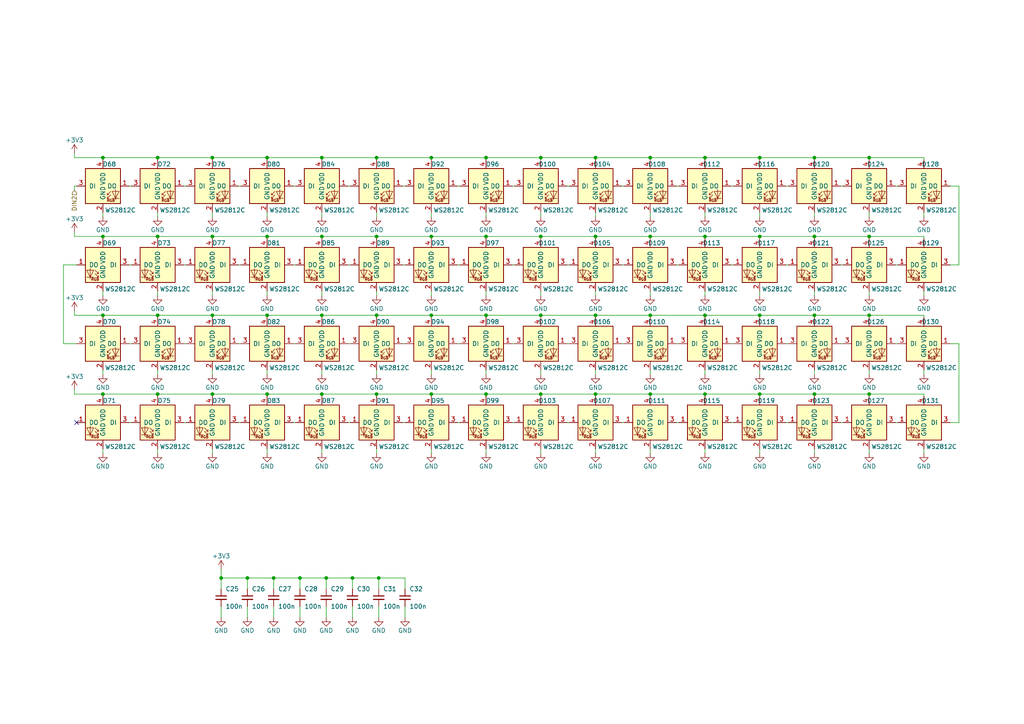
<source format=kicad_sch>
(kicad_sch (version 20211123) (generator eeschema)
  (paper "A4")
  (title_block (title "ESP8266 Tetris") (date "2022-09-15") (rev "1.0") (company "IB"))
  (lib_symbols
    (symbol "Device:C_Small" (pin_numbers hide) (pin_names (offset 0.254) hide)
      (property "Reference" "C" (at 0.254 1.778 0))
      (property "Value" "C_Small" (at 0.254 -2.032 0))
      (symbol "C_Small_1_1"
        (pin passive line (at 0 2.54 270) (length 2.032) (name "~") (number "1"))
        (pin passive line (at 0 -2.54 90) (length 2.032) (name "~") (number "2"))
      )
    )
    (symbol "KiCadCustom:WS2812C" (pin_names (offset 1.016))
      (property "Reference" "D" (at 1.27 6.35 0))
      (property "Value" "WS2812C" (at 5.08 -6.35 0))
      (symbol "WS2812C_1_1"
        (text "RGB" (at 2.286 -4.191 0) (effects (font (size 0.762 0.762))))
        (pin output line (at 7.62 0 180) (length 2.54) (name "DO") (number "1"))
        (pin power_in line (at 0 -7.62 90) (length 2.54) (name "GND") (number "2"))
        (pin input line (at -7.62 0 0) (length 2.54) (name "DI") (number "3"))
        (pin power_in line (at 0 7.62 270) (length 2.54) (name "VDD") (number "4"))
      )
    )
    (symbol "power:+3V3" (power) (pin_names (offset 0))
      (property "Value" "+3V3" (at 0 3.556 0))
      (symbol "+3V3_1_1"
        (pin power_in line (at 0 0 90) (length 0) hide (name "+3V3") (number "1"))
      )
    )
    (symbol "power:GND" (power) (pin_names (offset 0))
      (property "Value" "GND" (at 0 -3.81 0))
      (symbol "GND_1_1"
        (pin power_in line (at 0 0 270) (length 0) hide (name "GND") (number "1"))
      )
    )
  )
  (junction (at 61.595 91.44))
  (junction (at 77.47 45.72))
  (junction (at 236.22 114.3))
  (junction (at 71.755 167.64))
  (junction (at 125.095 91.44))
  (junction (at 220.345 45.72))
  (junction (at 93.345 45.72))
  (junction (at 204.47 45.72))
  (junction (at 79.375 167.64))
  (junction (at 236.22 45.72))
  (junction (at 77.47 68.58))
  (junction (at 188.595 45.72))
  (junction (at 172.72 114.3))
  (junction (at 188.595 114.3))
  (junction (at 125.095 68.58))
  (junction (at 93.345 68.58))
  (junction (at 220.345 68.58))
  (junction (at 140.97 114.3))
  (junction (at 29.845 114.3))
  (junction (at 61.595 45.72))
  (junction (at 252.095 45.72))
  (junction (at 64.135 167.64))
  (junction (at 172.72 91.44))
  (junction (at 61.595 114.3))
  (junction (at 188.595 91.44))
  (junction (at 45.72 68.58))
  (junction (at 125.095 45.72))
  (junction (at 29.845 91.44))
  (junction (at 156.845 91.44))
  (junction (at 204.47 114.3))
  (junction (at 172.72 45.72))
  (junction (at 156.845 45.72))
  (junction (at 140.97 91.44))
  (junction (at 236.22 91.44))
  (junction (at 140.97 45.72))
  (junction (at 204.47 68.58))
  (junction (at 156.845 114.3))
  (junction (at 45.72 114.3))
  (junction (at 45.72 45.72))
  (junction (at 156.845 68.58))
  (junction (at 172.72 68.58))
  (junction (at 125.095 114.3))
  (junction (at 45.72 91.44))
  (junction (at 204.47 91.44))
  (junction (at 236.22 68.58))
  (junction (at 102.235 167.64))
  (junction (at 109.22 91.44))
  (junction (at 252.095 68.58))
  (junction (at 140.97 68.58))
  (junction (at 93.345 91.44))
  (junction (at 109.22 68.58))
  (junction (at 220.345 91.44))
  (junction (at 109.22 45.72))
  (junction (at 86.995 167.64))
  (junction (at 77.47 91.44))
  (junction (at 188.595 68.58))
  (junction (at 220.345 114.3))
  (junction (at 29.845 68.58))
  (junction (at 252.095 114.3))
  (junction (at 109.855 167.64))
  (junction (at 61.595 68.58))
  (junction (at 77.47 114.3))
  (junction (at 29.845 45.72))
  (junction (at 252.095 91.44))
  (junction (at 109.22 114.3))
  (junction (at 93.345 114.3))
  (junction (at 94.615 167.64))
  (no_connect (at 22.225 122.555))
  (wire (pts (xy 53.34 76.835) (xy 53.975 76.835)))
  (wire (pts (xy 61.595 114.3) (xy 45.72 114.3)))
  (wire (pts (xy 140.97 45.72) (xy 125.095 45.72)))
  (wire (pts (xy 252.095 68.58) (xy 236.22 68.58)))
  (wire (pts (xy 117.475 170.815) (xy 117.475 167.64)))
  (wire (pts (xy 156.845 114.3) (xy 140.97 114.3)))
  (wire (pts (xy 79.375 175.895) (xy 79.375 179.07)))
  (wire (pts (xy 109.22 45.72) (xy 93.345 45.72)))
  (wire (pts (xy 236.22 114.3) (xy 220.345 114.3)))
  (wire (pts (xy 71.755 175.895) (xy 71.755 179.07)))
  (wire (pts (xy 236.22 45.72) (xy 236.22 46.355)))
  (wire (pts (xy 45.72 61.595) (xy 45.72 62.865)))
  (wire (pts (xy 93.345 91.44) (xy 93.345 92.075)))
  (wire (pts (xy 267.97 107.315) (xy 267.97 108.585)))
  (wire (pts (xy 220.345 84.455) (xy 220.345 85.725)))
  (wire (pts (xy 252.095 61.595) (xy 252.095 62.865)))
  (wire (pts (xy 252.095 130.175) (xy 252.095 131.445)))
  (wire (pts (xy 140.97 61.595) (xy 140.97 62.865)))
  (wire (pts (xy 236.22 45.72) (xy 220.345 45.72)))
  (wire (pts (xy 102.235 167.64) (xy 102.235 170.815)))
  (wire (pts (xy 117.475 175.895) (xy 117.475 179.07)))
  (wire (pts (xy 236.22 84.455) (xy 236.22 85.725)))
  (wire (pts (xy 220.345 45.72) (xy 220.345 46.355)))
  (wire (pts (xy 125.095 61.595) (xy 125.095 62.865)))
  (wire (pts (xy 275.59 53.975) (xy 278.13 53.975)))
  (wire (pts (xy 64.135 165.1) (xy 64.135 167.64)))
  (wire (pts (xy 77.47 61.595) (xy 77.47 62.865)))
  (wire (pts (xy 37.465 99.695) (xy 38.1 99.695)))
  (wire (pts (xy 220.345 45.72) (xy 204.47 45.72)))
  (wire (pts (xy 220.345 107.315) (xy 220.345 108.585)))
  (wire (pts (xy 21.59 113.03) (xy 21.59 114.3)))
  (wire (pts (xy 37.465 76.835) (xy 38.1 76.835)))
  (wire (pts (xy 148.59 99.695) (xy 149.225 99.695)))
  (wire (pts (xy 100.965 53.975) (xy 101.6 53.975)))
  (wire (pts (xy 45.72 107.315) (xy 45.72 108.585)))
  (wire (pts (xy 252.095 91.44) (xy 252.095 92.075)))
  (wire (pts (xy 29.845 45.72) (xy 45.72 45.72)))
  (wire (pts (xy 180.34 53.975) (xy 180.975 53.975)))
  (wire (pts (xy 22.225 76.835) (xy 18.415 76.835)))
  (wire (pts (xy 18.415 76.835) (xy 18.415 99.695)))
  (wire (pts (xy 267.97 69.215) (xy 267.97 68.58)))
  (wire (pts (xy 267.97 114.3) (xy 252.095 114.3)))
  (wire (pts (xy 252.095 114.3) (xy 236.22 114.3)))
  (wire (pts (xy 204.47 91.44) (xy 188.595 91.44)))
  (wire (pts (xy 148.59 53.975) (xy 149.225 53.975)))
  (wire (pts (xy 188.595 91.44) (xy 172.72 91.44)))
  (wire (pts (xy 172.72 107.315) (xy 172.72 108.585)))
  (wire (pts (xy 252.095 91.44) (xy 236.22 91.44)))
  (wire (pts (xy 21.59 91.44) (xy 29.845 91.44)))
  (wire (pts (xy 156.845 45.72) (xy 156.845 46.355)))
  (wire (pts (xy 109.22 91.44) (xy 109.22 92.075)))
  (wire (pts (xy 188.595 61.595) (xy 188.595 62.865)))
  (wire (pts (xy 275.59 99.695) (xy 278.13 99.695)))
  (wire (pts (xy 220.345 130.175) (xy 220.345 131.445)))
  (wire (pts (xy 109.22 114.3) (xy 93.345 114.3)))
  (wire (pts (xy 236.22 114.3) (xy 236.22 114.935)))
  (wire (pts (xy 86.995 167.64) (xy 79.375 167.64)))
  (wire (pts (xy 180.34 122.555) (xy 180.975 122.555)))
  (wire (pts (xy 212.09 76.835) (xy 212.725 76.835)))
  (wire (pts (xy 278.13 53.975) (xy 278.13 76.835)))
  (wire (pts (xy 29.845 69.215) (xy 29.845 68.58)))
  (wire (pts (xy 109.22 68.58) (xy 109.22 69.215)))
  (wire (pts (xy 172.72 68.58) (xy 172.72 69.215)))
  (wire (pts (xy 267.97 130.175) (xy 267.97 131.445)))
  (wire (pts (xy 77.47 130.175) (xy 77.47 131.445)))
  (wire (pts (xy 93.345 68.58) (xy 93.345 69.215)))
  (wire (pts (xy 61.595 69.215) (xy 61.595 68.58)))
  (wire (pts (xy 204.47 68.58) (xy 188.595 68.58)))
  (wire (pts (xy 45.72 91.44) (xy 45.72 92.075)))
  (wire (pts (xy 220.345 114.3) (xy 220.345 114.935)))
  (wire (pts (xy 125.095 114.3) (xy 125.095 114.935)))
  (wire (pts (xy 156.845 68.58) (xy 156.845 69.215)))
  (wire (pts (xy 93.345 114.3) (xy 93.345 114.935)))
  (wire (pts (xy 69.215 76.835) (xy 69.85 76.835)))
  (wire (pts (xy 172.72 61.595) (xy 172.72 62.865)))
  (wire (pts (xy 85.09 53.975) (xy 85.725 53.975)))
  (wire (pts (xy 243.84 122.555) (xy 244.475 122.555)))
  (wire (pts (xy 125.095 45.72) (xy 125.095 46.355)))
  (wire (pts (xy 278.13 122.555) (xy 275.59 122.555)))
  (wire (pts (xy 100.965 76.835) (xy 101.6 76.835)))
  (wire (pts (xy 259.715 99.695) (xy 260.35 99.695)))
  (wire (pts (xy 252.095 45.72) (xy 252.095 46.355)))
  (wire (pts (xy 77.47 92.075) (xy 77.47 91.44)))
  (wire (pts (xy 77.47 68.58) (xy 61.595 68.58)))
  (wire (pts (xy 21.59 45.72) (xy 29.845 45.72)))
  (wire (pts (xy 79.375 167.64) (xy 71.755 167.64)))
  (wire (pts (xy 37.465 53.975) (xy 38.1 53.975)))
  (wire (pts (xy 45.72 45.72) (xy 45.72 46.355)))
  (wire (pts (xy 77.47 45.72) (xy 61.595 45.72)))
  (wire (pts (xy 77.47 84.455) (xy 77.47 85.725)))
  (wire (pts (xy 188.595 114.3) (xy 188.595 114.935)))
  (wire (pts (xy 220.345 61.595) (xy 220.345 62.865)))
  (wire (pts (xy 172.72 91.44) (xy 156.845 91.44)))
  (wire (pts (xy 85.09 122.555) (xy 85.725 122.555)))
  (wire (pts (xy 21.59 90.17) (xy 21.59 91.44)))
  (wire (pts (xy 220.345 91.44) (xy 220.345 92.075)))
  (wire (pts (xy 140.97 114.3) (xy 125.095 114.3)))
  (wire (pts (xy 125.095 68.58) (xy 125.095 69.215)))
  (wire (pts (xy 21.59 53.975) (xy 22.225 53.975)))
  (wire (pts (xy 102.235 167.64) (xy 94.615 167.64)))
  (wire (pts (xy 156.845 61.595) (xy 156.845 62.865)))
  (wire (pts (xy 93.345 68.58) (xy 77.47 68.58)))
  (wire (pts (xy 188.595 45.72) (xy 172.72 45.72)))
  (wire (pts (xy 267.97 114.935) (xy 267.97 114.3)))
  (wire (pts (xy 196.215 99.695) (xy 196.85 99.695)))
  (wire (pts (xy 188.595 91.44) (xy 188.595 92.075)))
  (wire (pts (xy 77.47 114.935) (xy 77.47 114.3)))
  (wire (pts (xy 29.845 68.58) (xy 45.72 68.58)))
  (wire (pts (xy 220.345 68.58) (xy 204.47 68.58)))
  (wire (pts (xy 61.595 107.315) (xy 61.595 108.585)))
  (wire (pts (xy 29.845 46.355) (xy 29.845 45.72)))
  (wire (pts (xy 29.845 114.935) (xy 29.845 114.3)))
  (wire (pts (xy 116.84 53.975) (xy 117.475 53.975)))
  (wire (pts (xy 236.22 61.595) (xy 236.22 62.865)))
  (wire (pts (xy 188.595 130.175) (xy 188.595 131.445)))
  (wire (pts (xy 236.22 68.58) (xy 220.345 68.58)))
  (wire (pts (xy 148.59 76.835) (xy 149.225 76.835)))
  (wire (pts (xy 77.47 107.315) (xy 77.47 108.585)))
  (wire (pts (xy 140.97 107.315) (xy 140.97 108.585)))
  (wire (pts (xy 125.095 84.455) (xy 125.095 85.725)))
  (wire (pts (xy 188.595 114.3) (xy 172.72 114.3)))
  (wire (pts (xy 29.845 107.315) (xy 29.845 108.585)))
  (wire (pts (xy 125.095 114.3) (xy 109.22 114.3)))
  (wire (pts (xy 45.72 130.175) (xy 45.72 131.445)))
  (wire (pts (xy 172.72 130.175) (xy 172.72 131.445)))
  (wire (pts (xy 156.845 114.3) (xy 156.845 114.935)))
  (wire (pts (xy 93.345 84.455) (xy 93.345 85.725)))
  (wire (pts (xy 204.47 68.58) (xy 204.47 69.215)))
  (wire (pts (xy 21.59 44.45) (xy 21.59 45.72)))
  (wire (pts (xy 252.095 68.58) (xy 252.095 69.215)))
  (wire (pts (xy 71.755 170.815) (xy 71.755 167.64)))
  (wire (pts (xy 93.345 91.44) (xy 77.47 91.44)))
  (wire (pts (xy 243.84 53.975) (xy 244.475 53.975)))
  (wire (pts (xy 278.13 99.695) (xy 278.13 122.555)))
  (wire (pts (xy 196.215 53.975) (xy 196.85 53.975)))
  (wire (pts (xy 64.135 167.64) (xy 64.135 170.815)))
  (wire (pts (xy 53.34 122.555) (xy 53.975 122.555)))
  (wire (pts (xy 278.13 76.835) (xy 275.59 76.835)))
  (wire (pts (xy 204.47 45.72) (xy 204.47 46.355)))
  (wire (pts (xy 109.22 45.72) (xy 109.22 46.355)))
  (wire (pts (xy 61.595 130.175) (xy 61.595 131.445)))
  (wire (pts (xy 77.47 46.355) (xy 77.47 45.72)))
  (wire (pts (xy 212.09 122.555) (xy 212.725 122.555)))
  (wire (pts (xy 140.97 130.175) (xy 140.97 131.445)))
  (wire (pts (xy 259.715 53.975) (xy 260.35 53.975)))
  (wire (pts (xy 148.59 122.555) (xy 149.225 122.555)))
  (wire (pts (xy 29.845 130.175) (xy 29.845 131.445)))
  (wire (pts (xy 267.97 46.355) (xy 267.97 45.72)))
  (wire (pts (xy 204.47 114.3) (xy 204.47 114.935)))
  (wire (pts (xy 132.715 99.695) (xy 133.35 99.695)))
  (wire (pts (xy 204.47 114.3) (xy 188.595 114.3)))
  (wire (pts (xy 69.215 122.555) (xy 69.85 122.555)))
  (wire (pts (xy 132.715 76.835) (xy 133.35 76.835)))
  (wire (pts (xy 125.095 130.175) (xy 125.095 131.445)))
  (wire (pts (xy 188.595 45.72) (xy 188.595 46.355)))
  (wire (pts (xy 18.415 99.695) (xy 22.225 99.695)))
  (wire (pts (xy 61.595 114.935) (xy 61.595 114.3)))
  (wire (pts (xy 109.855 167.64) (xy 109.855 170.815)))
  (wire (pts (xy 204.47 45.72) (xy 188.595 45.72)))
  (wire (pts (xy 220.345 68.58) (xy 220.345 69.215)))
  (wire (pts (xy 164.465 122.555) (xy 165.1 122.555)))
  (wire (pts (xy 267.97 61.595) (xy 267.97 62.865)))
  (wire (pts (xy 61.595 68.58) (xy 45.72 68.58)))
  (wire (pts (xy 116.84 122.555) (xy 117.475 122.555)))
  (wire (pts (xy 45.72 84.455) (xy 45.72 85.725)))
  (wire (pts (xy 117.475 167.64) (xy 109.855 167.64)))
  (wire (pts (xy 132.715 122.555) (xy 133.35 122.555)))
  (wire (pts (xy 252.095 107.315) (xy 252.095 108.585)))
  (wire (pts (xy 29.845 92.075) (xy 29.845 91.44)))
  (wire (pts (xy 125.095 107.315) (xy 125.095 108.585)))
  (wire (pts (xy 53.34 53.975) (xy 53.975 53.975)))
  (wire (pts (xy 236.22 91.44) (xy 236.22 92.075)))
  (wire (pts (xy 109.855 175.895) (xy 109.855 179.07)))
  (wire (pts (xy 93.345 45.72) (xy 77.47 45.72)))
  (wire (pts (xy 140.97 91.44) (xy 125.095 91.44)))
  (wire (pts (xy 125.095 91.44) (xy 109.22 91.44)))
  (wire (pts (xy 172.72 84.455) (xy 172.72 85.725)))
  (wire (pts (xy 180.34 76.835) (xy 180.975 76.835)))
  (wire (pts (xy 94.615 175.895) (xy 94.615 179.07)))
  (wire (pts (xy 267.97 45.72) (xy 252.095 45.72)))
  (wire (pts (xy 61.595 46.355) (xy 61.595 45.72)))
  (wire (pts (xy 204.47 84.455) (xy 204.47 85.725)))
  (wire (pts (xy 21.59 114.3) (xy 29.845 114.3)))
  (wire (pts (xy 227.965 99.695) (xy 228.6 99.695)))
  (wire (pts (xy 109.22 61.595) (xy 109.22 62.865)))
  (wire (pts (xy 236.22 107.315) (xy 236.22 108.585)))
  (wire (pts (xy 220.345 91.44) (xy 204.47 91.44)))
  (wire (pts (xy 21.59 67.31) (xy 21.59 68.58)))
  (wire (pts (xy 116.84 76.835) (xy 117.475 76.835)))
  (wire (pts (xy 140.97 68.58) (xy 140.97 69.215)))
  (wire (pts (xy 156.845 91.44) (xy 156.845 92.075)))
  (wire (pts (xy 125.095 91.44) (xy 125.095 92.075)))
  (wire (pts (xy 94.615 167.64) (xy 86.995 167.64)))
  (wire (pts (xy 267.97 91.44) (xy 252.095 91.44)))
  (wire (pts (xy 188.595 68.58) (xy 172.72 68.58)))
  (wire (pts (xy 188.595 107.315) (xy 188.595 108.585)))
  (wire (pts (xy 94.615 167.64) (xy 94.615 170.815)))
  (wire (pts (xy 267.97 68.58) (xy 252.095 68.58)))
  (wire (pts (xy 267.97 84.455) (xy 267.97 85.725)))
  (wire (pts (xy 37.465 122.555) (xy 38.1 122.555)))
  (wire (pts (xy 188.595 68.58) (xy 188.595 69.215)))
  (wire (pts (xy 125.095 68.58) (xy 109.22 68.58)))
  (wire (pts (xy 86.995 175.895) (xy 86.995 179.07)))
  (wire (pts (xy 156.845 45.72) (xy 140.97 45.72)))
  (wire (pts (xy 93.345 130.175) (xy 93.345 131.445)))
  (wire (pts (xy 64.135 167.64) (xy 71.755 167.64)))
  (wire (pts (xy 227.965 76.835) (xy 228.6 76.835)))
  (wire (pts (xy 69.215 53.975) (xy 69.85 53.975)))
  (wire (pts (xy 21.59 68.58) (xy 29.845 68.58)))
  (wire (pts (xy 77.47 69.215) (xy 77.47 68.58)))
  (wire (pts (xy 259.715 122.555) (xy 260.35 122.555)))
  (wire (pts (xy 164.465 99.695) (xy 165.1 99.695)))
  (wire (pts (xy 140.97 114.3) (xy 140.97 114.935)))
  (wire (pts (xy 21.59 53.975) (xy 21.59 55.245)))
  (wire (pts (xy 252.095 45.72) (xy 236.22 45.72)))
  (wire (pts (xy 236.22 68.58) (xy 236.22 69.215)))
  (wire (pts (xy 172.72 91.44) (xy 172.72 92.075)))
  (wire (pts (xy 29.845 84.455) (xy 29.845 85.725)))
  (wire (pts (xy 86.995 167.64) (xy 86.995 170.815)))
  (wire (pts (xy 93.345 114.3) (xy 77.47 114.3)))
  (wire (pts (xy 93.345 45.72) (xy 93.345 46.355)))
  (wire (pts (xy 132.715 53.975) (xy 133.35 53.975)))
  (wire (pts (xy 69.215 99.695) (xy 69.85 99.695)))
  (wire (pts (xy 227.965 122.555) (xy 228.6 122.555)))
  (wire (pts (xy 204.47 61.595) (xy 204.47 62.865)))
  (wire (pts (xy 109.22 68.58) (xy 93.345 68.58)))
  (wire (pts (xy 156.845 107.315) (xy 156.845 108.585)))
  (wire (pts (xy 172.72 45.72) (xy 156.845 45.72)))
  (wire (pts (xy 140.97 84.455) (xy 140.97 85.725)))
  (wire (pts (xy 140.97 45.72) (xy 140.97 46.355)))
  (wire (pts (xy 77.47 91.44) (xy 61.595 91.44)))
  (wire (pts (xy 267.97 92.075) (xy 267.97 91.44)))
  (wire (pts (xy 227.965 53.975) (xy 228.6 53.975)))
  (wire (pts (xy 64.135 175.895) (xy 64.135 179.07)))
  (wire (pts (xy 204.47 130.175) (xy 204.47 131.445)))
  (wire (pts (xy 85.09 99.695) (xy 85.725 99.695)))
  (wire (pts (xy 164.465 76.835) (xy 165.1 76.835)))
  (wire (pts (xy 140.97 91.44) (xy 140.97 92.075)))
  (wire (pts (xy 109.22 84.455) (xy 109.22 85.725)))
  (wire (pts (xy 196.215 76.835) (xy 196.85 76.835)))
  (wire (pts (xy 100.965 122.555) (xy 101.6 122.555)))
  (wire (pts (xy 102.235 175.895) (xy 102.235 179.07)))
  (wire (pts (xy 243.84 99.695) (xy 244.475 99.695)))
  (wire (pts (xy 61.595 84.455) (xy 61.595 85.725)))
  (wire (pts (xy 212.09 53.975) (xy 212.725 53.975)))
  (wire (pts (xy 109.22 107.315) (xy 109.22 108.585)))
  (wire (pts (xy 259.715 76.835) (xy 260.35 76.835)))
  (wire (pts (xy 93.345 107.315) (xy 93.345 108.585)))
  (wire (pts (xy 252.095 114.3) (xy 252.095 114.935)))
  (wire (pts (xy 220.345 114.3) (xy 204.47 114.3)))
  (wire (pts (xy 93.345 61.595) (xy 93.345 62.865)))
  (wire (pts (xy 196.215 122.555) (xy 196.85 122.555)))
  (wire (pts (xy 172.72 114.3) (xy 172.72 114.935)))
  (wire (pts (xy 61.595 91.44) (xy 45.72 91.44)))
  (wire (pts (xy 29.845 61.595) (xy 29.845 62.865)))
  (wire (pts (xy 85.09 76.835) (xy 85.725 76.835)))
  (wire (pts (xy 100.965 99.695) (xy 101.6 99.695)))
  (wire (pts (xy 172.72 114.3) (xy 156.845 114.3)))
  (wire (pts (xy 125.095 45.72) (xy 109.22 45.72)))
  (wire (pts (xy 164.465 53.975) (xy 165.1 53.975)))
  (wire (pts (xy 45.72 68.58) (xy 45.72 69.215)))
  (wire (pts (xy 29.845 114.3) (xy 45.72 114.3)))
  (wire (pts (xy 109.22 114.3) (xy 109.22 114.935)))
  (wire (pts (xy 79.375 167.64) (xy 79.375 170.815)))
  (wire (pts (xy 156.845 130.175) (xy 156.845 131.445)))
  (wire (pts (xy 212.09 99.695) (xy 212.725 99.695)))
  (wire (pts (xy 156.845 91.44) (xy 140.97 91.44)))
  (wire (pts (xy 140.97 68.58) (xy 125.095 68.58)))
  (wire (pts (xy 172.72 45.72) (xy 172.72 46.355)))
  (wire (pts (xy 204.47 91.44) (xy 204.47 92.075)))
  (wire (pts (xy 45.72 114.3) (xy 45.72 114.935)))
  (wire (pts (xy 204.47 107.315) (xy 204.47 108.585)))
  (wire (pts (xy 61.595 92.075) (xy 61.595 91.44)))
  (wire (pts (xy 61.595 45.72) (xy 45.72 45.72)))
  (wire (pts (xy 236.22 91.44) (xy 220.345 91.44)))
  (wire (pts (xy 188.595 84.455) (xy 188.595 85.725)))
  (wire (pts (xy 77.47 114.3) (xy 61.595 114.3)))
  (wire (pts (xy 109.855 167.64) (xy 102.235 167.64)))
  (wire (pts (xy 243.84 76.835) (xy 244.475 76.835)))
  (wire (pts (xy 116.84 99.695) (xy 117.475 99.695)))
  (wire (pts (xy 180.34 99.695) (xy 180.975 99.695)))
  (wire (pts (xy 53.34 99.695) (xy 53.975 99.695)))
  (wire (pts (xy 236.22 130.175) (xy 236.22 131.445)))
  (wire (pts (xy 29.845 91.44) (xy 45.72 91.44)))
  (wire (pts (xy 109.22 130.175) (xy 109.22 131.445)))
  (wire (pts (xy 109.22 91.44) (xy 93.345 91.44)))
  (wire (pts (xy 61.595 61.595) (xy 61.595 62.865)))
  (wire (pts (xy 156.845 68.58) (xy 140.97 68.58)))
  (wire (pts (xy 172.72 68.58) (xy 156.845 68.58)))
  (wire (pts (xy 252.095 84.455) (xy 252.095 85.725)))
  (wire (pts (xy 156.845 84.455) (xy 156.845 85.725)))
  (hierarchical_label "DIN2" (shape input) (at 21.59 55.245 270))
  (symbol (lib_id "power:GND") (at 220.345 131.445 0) (unit 1)
    (property "Reference" "#PWR0167" (effects hide))
    (property "Value" "GND" (at 220.345 135.255 0))
  )
  (symbol (lib_id "power:GND") (at 125.095 131.445 0) (unit 1)
    (property "Reference" "#PWR0143" (effects hide))
    (property "Value" "GND" (at 125.095 135.255 0))
  )
  (symbol (lib_id "power:GND") (at 140.97 62.865 0) (unit 1)
    (property "Reference" "#PWR0144" (effects hide))
    (property "Value" "GND" (at 140.97 66.675 0))
  )
  (symbol (lib_id "power:GND") (at 220.345 85.725 0) (unit 1)
    (property "Reference" "#PWR0165" (effects hide))
    (property "Value" "GND" (at 220.345 89.535 0))
  )
  (symbol (lib_id "KiCadCustom:WS2812C") (at 252.095 76.835 0) (mirror y) (unit 1)
    (property "Reference" "D125" (at 254 70.485 0))
    (property "Value" "WS2812C" (at 257.175 83.82 0))
    (property "Footprint" "KiCadCustom:WS2812-2020" (effects hide))
    (property "Datasheet" "https://cdn-shop.adafruit.com/datasheets/WS2812B.pdf" (effects hide))
  )
  (symbol (lib_id "power:+3V3") (at 21.59 44.45 0) (unit 1)
    (property "Reference" "#PWR0112" (effects hide))
    (property "Value" "+3V3" (at 21.59 40.64 0))
  )
  (symbol (lib_id "Device:C_Small") (at 86.995 173.355 0) (unit 1)
    (property "Reference" "C28" (at 88.265 170.815 0) (effects (justify left)))
    (property "Value" "100n" (at 88.265 175.895 0) (effects (justify left)))
    (property "Footprint" "Capacitor_SMD:C_0603_1608Metric_Pad1.08x0.95mm_HandSolder" (effects hide))
  )
  (symbol (lib_id "power:GND") (at 188.595 85.725 0) (unit 1)
    (property "Reference" "#PWR0157" (effects hide))
    (property "Value" "GND" (at 188.595 89.535 0))
  )
  (symbol (lib_id "KiCadCustom:WS2812C") (at 125.095 76.835 0) (mirror y) (unit 1)
    (property "Reference" "D93" (at 127 70.485 0))
    (property "Value" "WS2812C" (at 130.175 83.82 0))
    (property "Footprint" "KiCadCustom:WS2812-2020" (effects hide))
    (property "Datasheet" "https://cdn-shop.adafruit.com/datasheets/WS2812B.pdf" (effects hide))
  )
  (symbol (lib_id "KiCadCustom:WS2812C") (at 125.095 99.695 0) (unit 1)
    (property "Reference" "D94" (at 127 93.345 0))
    (property "Value" "WS2812C" (at 130.175 106.68 0))
    (property "Footprint" "KiCadCustom:WS2812-2020" (effects hide))
    (property "Datasheet" "https://cdn-shop.adafruit.com/datasheets/WS2812B.pdf" (effects hide))
  )
  (symbol (lib_id "Device:C_Small") (at 109.855 173.355 0) (unit 1)
    (property "Reference" "C31" (at 111.125 170.815 0) (effects (justify left)))
    (property "Value" "100n" (at 111.125 175.895 0) (effects (justify left)))
    (property "Footprint" "Capacitor_SMD:C_0603_1608Metric_Pad1.08x0.95mm_HandSolder" (effects hide))
  )
  (symbol (lib_id "power:GND") (at 71.755 179.07 0) (unit 1)
    (property "Reference" "#PWR0190" (effects hide))
    (property "Value" "GND" (at 71.755 182.88 0))
  )
  (symbol (lib_id "power:GND") (at 252.095 108.585 0) (unit 1)
    (property "Reference" "#PWR0174" (effects hide))
    (property "Value" "GND" (at 252.095 112.395 0))
  )
  (symbol (lib_id "power:GND") (at 77.47 85.725 0) (unit 1)
    (property "Reference" "#PWR0129" (effects hide))
    (property "Value" "GND" (at 77.47 89.535 0))
  )
  (symbol (lib_id "KiCadCustom:WS2812C") (at 140.97 99.695 0) (unit 1)
    (property "Reference" "D98" (at 142.875 93.345 0))
    (property "Value" "WS2812C" (at 146.05 106.68 0))
    (property "Footprint" "KiCadCustom:WS2812-2020" (effects hide))
    (property "Datasheet" "https://cdn-shop.adafruit.com/datasheets/WS2812B.pdf" (effects hide))
  )
  (symbol (lib_id "power:GND") (at 125.095 85.725 0) (unit 1)
    (property "Reference" "#PWR0141" (effects hide))
    (property "Value" "GND" (at 125.095 89.535 0))
  )
  (symbol (lib_id "KiCadCustom:WS2812C") (at 93.345 53.975 0) (unit 1)
    (property "Reference" "D84" (at 95.25 47.625 0))
    (property "Value" "WS2812C" (at 98.425 60.96 0))
    (property "Footprint" "KiCadCustom:WS2812-2020" (effects hide))
    (property "Datasheet" "https://cdn-shop.adafruit.com/datasheets/WS2812B.pdf" (effects hide))
  )
  (symbol (lib_id "KiCadCustom:WS2812C") (at 156.845 53.975 0) (unit 1)
    (property "Reference" "D100" (at 158.75 47.625 0))
    (property "Value" "WS2812C" (at 161.925 60.96 0))
    (property "Footprint" "KiCadCustom:WS2812-2020" (effects hide))
    (property "Datasheet" "https://cdn-shop.adafruit.com/datasheets/WS2812B.pdf" (effects hide))
  )
  (symbol (lib_id "KiCadCustom:WS2812C") (at 188.595 53.975 0) (unit 1)
    (property "Reference" "D108" (at 190.5 47.625 0))
    (property "Value" "WS2812C" (at 193.675 60.96 0))
    (property "Footprint" "KiCadCustom:WS2812-2020" (effects hide))
    (property "Datasheet" "https://cdn-shop.adafruit.com/datasheets/WS2812B.pdf" (effects hide))
  )
  (symbol (lib_id "KiCadCustom:WS2812C") (at 220.345 53.975 0) (unit 1)
    (property "Reference" "D116" (at 222.25 47.625 0))
    (property "Value" "WS2812C" (at 225.425 60.96 0))
    (property "Footprint" "KiCadCustom:WS2812-2020" (effects hide))
    (property "Datasheet" "https://cdn-shop.adafruit.com/datasheets/WS2812B.pdf" (effects hide))
  )
  (symbol (lib_id "power:GND") (at 61.595 108.585 0) (unit 1)
    (property "Reference" "#PWR0126" (effects hide))
    (property "Value" "GND" (at 61.595 112.395 0))
  )
  (symbol (lib_id "power:GND") (at 172.72 85.725 0) (unit 1)
    (property "Reference" "#PWR0153" (effects hide))
    (property "Value" "GND" (at 172.72 89.535 0))
  )
  (symbol (lib_id "power:GND") (at 172.72 108.585 0) (unit 1)
    (property "Reference" "#PWR0154" (effects hide))
    (property "Value" "GND" (at 172.72 112.395 0))
  )
  (symbol (lib_id "KiCadCustom:WS2812C") (at 93.345 99.695 0) (unit 1)
    (property "Reference" "D86" (at 95.25 93.345 0))
    (property "Value" "WS2812C" (at 98.425 106.68 0))
    (property "Footprint" "KiCadCustom:WS2812-2020" (effects hide))
    (property "Datasheet" "https://cdn-shop.adafruit.com/datasheets/WS2812B.pdf" (effects hide))
  )
  (symbol (lib_id "KiCadCustom:WS2812C") (at 77.47 53.975 0) (unit 1)
    (property "Reference" "D80" (at 79.375 47.625 0))
    (property "Value" "WS2812C" (at 82.55 60.96 0))
    (property "Footprint" "KiCadCustom:WS2812-2020" (effects hide))
    (property "Datasheet" "https://cdn-shop.adafruit.com/datasheets/WS2812B.pdf" (effects hide))
  )
  (symbol (lib_id "KiCadCustom:WS2812C") (at 140.97 122.555 0) (mirror y) (unit 1)
    (property "Reference" "D99" (at 142.875 116.205 0))
    (property "Value" "WS2812C" (at 146.05 129.54 0))
    (property "Footprint" "KiCadCustom:WS2812-2020" (effects hide))
    (property "Datasheet" "https://cdn-shop.adafruit.com/datasheets/WS2812B.pdf" (effects hide))
  )
  (symbol (lib_id "KiCadCustom:WS2812C") (at 77.47 76.835 0) (mirror y) (unit 1)
    (property "Reference" "D81" (at 79.375 70.485 0))
    (property "Value" "WS2812C" (at 82.55 83.82 0))
    (property "Footprint" "KiCadCustom:WS2812-2020" (effects hide))
    (property "Datasheet" "https://cdn-shop.adafruit.com/datasheets/WS2812B.pdf" (effects hide))
  )
  (symbol (lib_id "KiCadCustom:WS2812C") (at 188.595 76.835 0) (mirror y) (unit 1)
    (property "Reference" "D109" (at 190.5 70.485 0))
    (property "Value" "WS2812C" (at 193.675 83.82 0))
    (property "Footprint" "KiCadCustom:WS2812-2020" (effects hide))
    (property "Datasheet" "https://cdn-shop.adafruit.com/datasheets/WS2812B.pdf" (effects hide))
  )
  (symbol (lib_id "power:GND") (at 125.095 62.865 0) (unit 1)
    (property "Reference" "#PWR0140" (effects hide))
    (property "Value" "GND" (at 125.095 66.675 0))
  )
  (symbol (lib_id "power:GND") (at 156.845 108.585 0) (unit 1)
    (property "Reference" "#PWR0150" (effects hide))
    (property "Value" "GND" (at 156.845 112.395 0))
  )
  (symbol (lib_id "KiCadCustom:WS2812C") (at 45.72 53.975 0) (unit 1)
    (property "Reference" "D72" (at 47.625 47.625 0))
    (property "Value" "WS2812C" (at 50.8 60.96 0))
    (property "Footprint" "KiCadCustom:WS2812-2020" (effects hide))
    (property "Datasheet" "https://cdn-shop.adafruit.com/datasheets/WS2812B.pdf" (effects hide))
  )
  (symbol (lib_id "power:GND") (at 61.595 62.865 0) (unit 1)
    (property "Reference" "#PWR0124" (effects hide))
    (property "Value" "GND" (at 61.595 66.675 0))
  )
  (symbol (lib_id "power:GND") (at 188.595 62.865 0) (unit 1)
    (property "Reference" "#PWR0156" (effects hide))
    (property "Value" "GND" (at 188.595 66.675 0))
  )
  (symbol (lib_id "KiCadCustom:WS2812C") (at 125.095 53.975 0) (unit 1)
    (property "Reference" "D92" (at 127 47.625 0))
    (property "Value" "WS2812C" (at 130.175 60.96 0))
    (property "Footprint" "KiCadCustom:WS2812-2020" (effects hide))
    (property "Datasheet" "https://cdn-shop.adafruit.com/datasheets/WS2812B.pdf" (effects hide))
  )
  (symbol (lib_id "KiCadCustom:WS2812C") (at 156.845 76.835 0) (mirror y) (unit 1)
    (property "Reference" "D101" (at 158.75 70.485 0))
    (property "Value" "WS2812C" (at 161.925 83.82 0))
    (property "Footprint" "KiCadCustom:WS2812-2020" (effects hide))
    (property "Datasheet" "https://cdn-shop.adafruit.com/datasheets/WS2812B.pdf" (effects hide))
  )
  (symbol (lib_id "KiCadCustom:WS2812C") (at 45.72 76.835 0) (mirror y) (unit 1)
    (property "Reference" "D73" (at 47.625 70.485 0))
    (property "Value" "WS2812C" (at 50.8 83.82 0))
    (property "Footprint" "KiCadCustom:WS2812-2020" (effects hide))
    (property "Datasheet" "https://cdn-shop.adafruit.com/datasheets/WS2812B.pdf" (effects hide))
  )
  (symbol (lib_id "power:GND") (at 204.47 108.585 0) (unit 1)
    (property "Reference" "#PWR0162" (effects hide))
    (property "Value" "GND" (at 204.47 112.395 0))
  )
  (symbol (lib_id "power:GND") (at 93.345 131.445 0) (unit 1)
    (property "Reference" "#PWR0135" (effects hide))
    (property "Value" "GND" (at 93.345 135.255 0))
  )
  (symbol (lib_id "KiCadCustom:WS2812C") (at 29.845 99.695 0) (unit 1)
    (property "Reference" "D70" (at 31.75 93.345 0))
    (property "Value" "WS2812C" (at 34.925 106.68 0))
    (property "Footprint" "KiCadCustom:WS2812-2020" (effects hide))
    (property "Datasheet" "https://cdn-shop.adafruit.com/datasheets/WS2812B.pdf" (effects hide))
  )
  (symbol (lib_id "power:GND") (at 252.095 85.725 0) (unit 1)
    (property "Reference" "#PWR0173" (effects hide))
    (property "Value" "GND" (at 252.095 89.535 0))
  )
  (symbol (lib_id "KiCadCustom:WS2812C") (at 61.595 99.695 0) (unit 1)
    (property "Reference" "D78" (at 63.5 93.345 0))
    (property "Value" "WS2812C" (at 66.675 106.68 0))
    (property "Footprint" "KiCadCustom:WS2812-2020" (effects hide))
    (property "Datasheet" "https://cdn-shop.adafruit.com/datasheets/WS2812B.pdf" (effects hide))
  )
  (symbol (lib_id "power:GND") (at 125.095 108.585 0) (unit 1)
    (property "Reference" "#PWR0142" (effects hide))
    (property "Value" "GND" (at 125.095 112.395 0))
  )
  (symbol (lib_id "power:GND") (at 236.22 62.865 0) (unit 1)
    (property "Reference" "#PWR0168" (effects hide))
    (property "Value" "GND" (at 236.22 66.675 0))
  )
  (symbol (lib_id "KiCadCustom:WS2812C") (at 125.095 122.555 0) (mirror y) (unit 1)
    (property "Reference" "D95" (at 127 116.205 0))
    (property "Value" "WS2812C" (at 130.175 129.54 0))
    (property "Footprint" "KiCadCustom:WS2812-2020" (effects hide))
    (property "Datasheet" "https://cdn-shop.adafruit.com/datasheets/WS2812B.pdf" (effects hide))
  )
  (symbol (lib_id "power:+3V3") (at 64.135 165.1 0) (unit 1)
    (property "Reference" "#PWR0188" (effects hide))
    (property "Value" "+3V3" (at 64.135 161.29 0))
  )
  (symbol (lib_id "KiCadCustom:WS2812C") (at 156.845 99.695 0) (unit 1)
    (property "Reference" "D102" (at 158.75 93.345 0))
    (property "Value" "WS2812C" (at 161.925 106.68 0))
    (property "Footprint" "KiCadCustom:WS2812-2020" (effects hide))
    (property "Datasheet" "https://cdn-shop.adafruit.com/datasheets/WS2812B.pdf" (effects hide))
  )
  (symbol (lib_id "KiCadCustom:WS2812C") (at 252.095 53.975 0) (unit 1)
    (property "Reference" "D124" (at 254 47.625 0))
    (property "Value" "WS2812C" (at 257.175 60.96 0))
    (property "Footprint" "KiCadCustom:WS2812-2020" (effects hide))
    (property "Datasheet" "https://cdn-shop.adafruit.com/datasheets/WS2812B.pdf" (effects hide))
  )
  (symbol (lib_id "KiCadCustom:WS2812C") (at 172.72 76.835 0) (mirror y) (unit 1)
    (property "Reference" "D105" (at 174.625 70.485 0))
    (property "Value" "WS2812C" (at 177.8 83.82 0))
    (property "Footprint" "KiCadCustom:WS2812-2020" (effects hide))
    (property "Datasheet" "https://cdn-shop.adafruit.com/datasheets/WS2812B.pdf" (effects hide))
  )
  (symbol (lib_id "power:GND") (at 29.845 108.585 0) (unit 1)
    (property "Reference" "#PWR0118" (effects hide))
    (property "Value" "GND" (at 29.845 112.395 0))
  )
  (symbol (lib_id "power:GND") (at 61.595 85.725 0) (unit 1)
    (property "Reference" "#PWR0125" (effects hide))
    (property "Value" "GND" (at 61.595 89.535 0))
  )
  (symbol (lib_id "power:GND") (at 29.845 131.445 0) (unit 1)
    (property "Reference" "#PWR0119" (effects hide))
    (property "Value" "GND" (at 29.845 135.255 0))
  )
  (symbol (lib_id "power:GND") (at 267.97 85.725 0) (unit 1)
    (property "Reference" "#PWR0177" (effects hide))
    (property "Value" "GND" (at 267.97 89.535 0))
  )
  (symbol (lib_id "KiCadCustom:WS2812C") (at 77.47 122.555 0) (mirror y) (unit 1)
    (property "Reference" "D83" (at 79.375 116.205 0))
    (property "Value" "WS2812C" (at 82.55 129.54 0))
    (property "Footprint" "KiCadCustom:WS2812-2020" (effects hide))
    (property "Datasheet" "https://cdn-shop.adafruit.com/datasheets/WS2812B.pdf" (effects hide))
  )
  (symbol (lib_id "Device:C_Small") (at 94.615 173.355 0) (unit 1)
    (property "Reference" "C29" (at 95.885 170.815 0) (effects (justify left)))
    (property "Value" "100n" (at 95.885 175.895 0) (effects (justify left)))
    (property "Footprint" "Capacitor_SMD:C_0603_1608Metric_Pad1.08x0.95mm_HandSolder" (effects hide))
  )
  (symbol (lib_id "KiCadCustom:WS2812C") (at 267.97 122.555 0) (mirror y) (unit 1)
    (property "Reference" "D131" (at 269.875 116.205 0))
    (property "Value" "WS2812C" (at 273.05 129.54 0))
    (property "Footprint" "KiCadCustom:WS2812-2020" (effects hide))
    (property "Datasheet" "https://cdn-shop.adafruit.com/datasheets/WS2812B.pdf" (effects hide))
  )
  (symbol (lib_id "power:GND") (at 109.22 85.725 0) (unit 1)
    (property "Reference" "#PWR0137" (effects hide))
    (property "Value" "GND" (at 109.22 89.535 0))
  )
  (symbol (lib_id "KiCadCustom:WS2812C") (at 77.47 99.695 0) (unit 1)
    (property "Reference" "D82" (at 79.375 93.345 0))
    (property "Value" "WS2812C" (at 82.55 106.68 0))
    (property "Footprint" "KiCadCustom:WS2812-2020" (effects hide))
    (property "Datasheet" "https://cdn-shop.adafruit.com/datasheets/WS2812B.pdf" (effects hide))
  )
  (symbol (lib_id "KiCadCustom:WS2812C") (at 236.22 122.555 0) (mirror y) (unit 1)
    (property "Reference" "D123" (at 238.125 116.205 0))
    (property "Value" "WS2812C" (at 241.3 129.54 0))
    (property "Footprint" "KiCadCustom:WS2812-2020" (effects hide))
    (property "Datasheet" "https://cdn-shop.adafruit.com/datasheets/WS2812B.pdf" (effects hide))
  )
  (symbol (lib_id "power:GND") (at 94.615 179.07 0) (unit 1)
    (property "Reference" "#PWR0193" (effects hide))
    (property "Value" "GND" (at 94.615 182.88 0))
  )
  (symbol (lib_id "power:GND") (at 45.72 85.725 0) (unit 1)
    (property "Reference" "#PWR0121" (effects hide))
    (property "Value" "GND" (at 45.72 89.535 0))
  )
  (symbol (lib_id "KiCadCustom:WS2812C") (at 109.22 76.835 0) (mirror y) (unit 1)
    (property "Reference" "D89" (at 111.125 70.485 0))
    (property "Value" "WS2812C" (at 114.3 83.82 0))
    (property "Footprint" "KiCadCustom:WS2812-2020" (effects hide))
    (property "Datasheet" "https://cdn-shop.adafruit.com/datasheets/WS2812B.pdf" (effects hide))
  )
  (symbol (lib_id "Device:C_Small") (at 71.755 173.355 0) (unit 1)
    (property "Reference" "C26" (at 73.025 170.815 0) (effects (justify left)))
    (property "Value" "100n" (at 73.025 175.895 0) (effects (justify left)))
    (property "Footprint" "Capacitor_SMD:C_0603_1608Metric_Pad1.08x0.95mm_HandSolder" (effects hide))
  )
  (symbol (lib_id "power:GND") (at 156.845 62.865 0) (unit 1)
    (property "Reference" "#PWR0148" (effects hide))
    (property "Value" "GND" (at 156.845 66.675 0))
  )
  (symbol (lib_id "KiCadCustom:WS2812C") (at 45.72 122.555 0) (mirror y) (unit 1)
    (property "Reference" "D75" (at 47.625 116.205 0))
    (property "Value" "WS2812C" (at 50.8 129.54 0))
    (property "Footprint" "KiCadCustom:WS2812-2020" (effects hide))
    (property "Datasheet" "https://cdn-shop.adafruit.com/datasheets/WS2812B.pdf" (effects hide))
  )
  (symbol (lib_id "KiCadCustom:WS2812C") (at 188.595 99.695 0) (unit 1)
    (property "Reference" "D110" (at 190.5 93.345 0))
    (property "Value" "WS2812C" (at 193.675 106.68 0))
    (property "Footprint" "KiCadCustom:WS2812-2020" (effects hide))
    (property "Datasheet" "https://cdn-shop.adafruit.com/datasheets/WS2812B.pdf" (effects hide))
  )
  (symbol (lib_id "KiCadCustom:WS2812C") (at 93.345 76.835 0) (mirror y) (unit 1)
    (property "Reference" "D85" (at 95.25 70.485 0))
    (property "Value" "WS2812C" (at 98.425 83.82 0))
    (property "Footprint" "KiCadCustom:WS2812-2020" (effects hide))
    (property "Datasheet" "https://cdn-shop.adafruit.com/datasheets/WS2812B.pdf" (effects hide))
  )
  (symbol (lib_id "power:GND") (at 140.97 131.445 0) (unit 1)
    (property "Reference" "#PWR0147" (effects hide))
    (property "Value" "GND" (at 140.97 135.255 0))
  )
  (symbol (lib_id "power:GND") (at 109.22 131.445 0) (unit 1)
    (property "Reference" "#PWR0139" (effects hide))
    (property "Value" "GND" (at 109.22 135.255 0))
  )
  (symbol (lib_id "KiCadCustom:WS2812C") (at 172.72 122.555 0) (mirror y) (unit 1)
    (property "Reference" "D107" (at 174.625 116.205 0))
    (property "Value" "WS2812C" (at 177.8 129.54 0))
    (property "Footprint" "KiCadCustom:WS2812-2020" (effects hide))
    (property "Datasheet" "https://cdn-shop.adafruit.com/datasheets/WS2812B.pdf" (effects hide))
  )
  (symbol (lib_id "power:GND") (at 93.345 85.725 0) (unit 1)
    (property "Reference" "#PWR0133" (effects hide))
    (property "Value" "GND" (at 93.345 89.535 0))
  )
  (symbol (lib_id "KiCadCustom:WS2812C") (at 236.22 99.695 0) (unit 1)
    (property "Reference" "D122" (at 238.125 93.345 0))
    (property "Value" "WS2812C" (at 241.3 106.68 0))
    (property "Footprint" "KiCadCustom:WS2812-2020" (effects hide))
    (property "Datasheet" "https://cdn-shop.adafruit.com/datasheets/WS2812B.pdf" (effects hide))
  )
  (symbol (lib_id "power:+3V3") (at 21.59 90.17 0) (unit 1)
    (property "Reference" "#PWR0114" (effects hide))
    (property "Value" "+3V3" (at 21.59 86.36 0))
  )
  (symbol (lib_id "Device:C_Small") (at 117.475 173.355 0) (unit 1)
    (property "Reference" "C32" (at 118.745 170.815 0) (effects (justify left)))
    (property "Value" "100n" (at 118.745 175.895 0) (effects (justify left)))
    (property "Footprint" "Capacitor_SMD:C_0603_1608Metric_Pad1.08x0.95mm_HandSolder" (effects hide))
  )
  (symbol (lib_id "power:GND") (at 236.22 131.445 0) (unit 1)
    (property "Reference" "#PWR0171" (effects hide))
    (property "Value" "GND" (at 236.22 135.255 0))
  )
  (symbol (lib_id "KiCadCustom:WS2812C") (at 188.595 122.555 0) (mirror y) (unit 1)
    (property "Reference" "D111" (at 190.5 116.205 0))
    (property "Value" "WS2812C" (at 193.675 129.54 0))
    (property "Footprint" "KiCadCustom:WS2812-2020" (effects hide))
    (property "Datasheet" "https://cdn-shop.adafruit.com/datasheets/WS2812B.pdf" (effects hide))
  )
  (symbol (lib_id "power:GND") (at 220.345 108.585 0) (unit 1)
    (property "Reference" "#PWR0166" (effects hide))
    (property "Value" "GND" (at 220.345 112.395 0))
  )
  (symbol (lib_id "KiCadCustom:WS2812C") (at 109.22 53.975 0) (unit 1)
    (property "Reference" "D88" (at 111.125 47.625 0))
    (property "Value" "WS2812C" (at 114.3 60.96 0))
    (property "Footprint" "KiCadCustom:WS2812-2020" (effects hide))
    (property "Datasheet" "https://cdn-shop.adafruit.com/datasheets/WS2812B.pdf" (effects hide))
  )
  (symbol (lib_id "KiCadCustom:WS2812C") (at 236.22 53.975 0) (unit 1)
    (property "Reference" "D120" (at 238.125 47.625 0))
    (property "Value" "WS2812C" (at 241.3 60.96 0))
    (property "Footprint" "KiCadCustom:WS2812-2020" (effects hide))
    (property "Datasheet" "https://cdn-shop.adafruit.com/datasheets/WS2812B.pdf" (effects hide))
  )
  (symbol (lib_id "KiCadCustom:WS2812C") (at 204.47 76.835 0) (mirror y) (unit 1)
    (property "Reference" "D113" (at 206.375 70.485 0))
    (property "Value" "WS2812C" (at 209.55 83.82 0))
    (property "Footprint" "KiCadCustom:WS2812-2020" (effects hide))
    (property "Datasheet" "https://cdn-shop.adafruit.com/datasheets/WS2812B.pdf" (effects hide))
  )
  (symbol (lib_id "power:GND") (at 93.345 108.585 0) (unit 1)
    (property "Reference" "#PWR0134" (effects hide))
    (property "Value" "GND" (at 93.345 112.395 0))
  )
  (symbol (lib_id "power:GND") (at 204.47 131.445 0) (unit 1)
    (property "Reference" "#PWR0163" (effects hide))
    (property "Value" "GND" (at 204.47 135.255 0))
  )
  (symbol (lib_id "power:GND") (at 140.97 108.585 0) (unit 1)
    (property "Reference" "#PWR0146" (effects hide))
    (property "Value" "GND" (at 140.97 112.395 0))
  )
  (symbol (lib_id "KiCadCustom:WS2812C") (at 109.22 99.695 0) (unit 1)
    (property "Reference" "D90" (at 111.125 93.345 0))
    (property "Value" "WS2812C" (at 114.3 106.68 0))
    (property "Footprint" "KiCadCustom:WS2812-2020" (effects hide))
    (property "Datasheet" "https://cdn-shop.adafruit.com/datasheets/WS2812B.pdf" (effects hide))
  )
  (symbol (lib_id "power:GND") (at 102.235 179.07 0) (unit 1)
    (property "Reference" "#PWR0194" (effects hide))
    (property "Value" "GND" (at 102.235 182.88 0))
  )
  (symbol (lib_id "power:GND") (at 79.375 179.07 0) (unit 1)
    (property "Reference" "#PWR0191" (effects hide))
    (property "Value" "GND" (at 79.375 182.88 0))
  )
  (symbol (lib_id "KiCadCustom:WS2812C") (at 45.72 99.695 0) (unit 1)
    (property "Reference" "D74" (at 47.625 93.345 0))
    (property "Value" "WS2812C" (at 50.8 106.68 0))
    (property "Footprint" "KiCadCustom:WS2812-2020" (effects hide))
    (property "Datasheet" "https://cdn-shop.adafruit.com/datasheets/WS2812B.pdf" (effects hide))
  )
  (symbol (lib_id "KiCadCustom:WS2812C") (at 29.845 53.975 0) (unit 1)
    (property "Reference" "D68" (at 31.75 47.625 0))
    (property "Value" "WS2812C" (at 34.925 60.96 0))
    (property "Footprint" "KiCadCustom:WS2812-2020" (effects hide))
    (property "Datasheet" "https://cdn-shop.adafruit.com/datasheets/WS2812B.pdf" (effects hide))
  )
  (symbol (lib_id "KiCadCustom:WS2812C") (at 204.47 53.975 0) (unit 1)
    (property "Reference" "D112" (at 206.375 47.625 0))
    (property "Value" "WS2812C" (at 209.55 60.96 0))
    (property "Footprint" "KiCadCustom:WS2812-2020" (effects hide))
    (property "Datasheet" "https://cdn-shop.adafruit.com/datasheets/WS2812B.pdf" (effects hide))
  )
  (symbol (lib_id "power:GND") (at 252.095 62.865 0) (unit 1)
    (property "Reference" "#PWR0172" (effects hide))
    (property "Value" "GND" (at 252.095 66.675 0))
  )
  (symbol (lib_id "KiCadCustom:WS2812C") (at 252.095 122.555 0) (mirror y) (unit 1)
    (property "Reference" "D127" (at 254 116.205 0))
    (property "Value" "WS2812C" (at 257.175 129.54 0))
    (property "Footprint" "KiCadCustom:WS2812-2020" (effects hide))
    (property "Datasheet" "https://cdn-shop.adafruit.com/datasheets/WS2812B.pdf" (effects hide))
  )
  (symbol (lib_id "KiCadCustom:WS2812C") (at 29.845 76.835 0) (mirror y) (unit 1)
    (property "Reference" "D69" (at 31.75 70.485 0))
    (property "Value" "WS2812C" (at 34.925 83.82 0))
    (property "Footprint" "KiCadCustom:WS2812-2020" (effects hide))
    (property "Datasheet" "https://cdn-shop.adafruit.com/datasheets/WS2812B.pdf" (effects hide))
  )
  (symbol (lib_id "KiCadCustom:WS2812C") (at 61.595 122.555 0) (mirror y) (unit 1)
    (property "Reference" "D79" (at 63.5 116.205 0))
    (property "Value" "WS2812C" (at 66.675 129.54 0))
    (property "Footprint" "KiCadCustom:WS2812-2020" (effects hide))
    (property "Datasheet" "https://cdn-shop.adafruit.com/datasheets/WS2812B.pdf" (effects hide))
  )
  (symbol (lib_id "power:GND") (at 29.845 62.865 0) (unit 1)
    (property "Reference" "#PWR0116" (effects hide))
    (property "Value" "GND" (at 29.845 66.675 0))
  )
  (symbol (lib_id "KiCadCustom:WS2812C") (at 172.72 53.975 0) (unit 1)
    (property "Reference" "D104" (at 174.625 47.625 0))
    (property "Value" "WS2812C" (at 177.8 60.96 0))
    (property "Footprint" "KiCadCustom:WS2812-2020" (effects hide))
    (property "Datasheet" "https://cdn-shop.adafruit.com/datasheets/WS2812B.pdf" (effects hide))
  )
  (symbol (lib_id "power:GND") (at 172.72 62.865 0) (unit 1)
    (property "Reference" "#PWR0152" (effects hide))
    (property "Value" "GND" (at 172.72 66.675 0))
  )
  (symbol (lib_id "power:GND") (at 188.595 131.445 0) (unit 1)
    (property "Reference" "#PWR0159" (effects hide))
    (property "Value" "GND" (at 188.595 135.255 0))
  )
  (symbol (lib_id "power:GND") (at 204.47 62.865 0) (unit 1)
    (property "Reference" "#PWR0160" (effects hide))
    (property "Value" "GND" (at 204.47 66.675 0))
  )
  (symbol (lib_id "KiCadCustom:WS2812C") (at 109.22 122.555 0) (mirror y) (unit 1)
    (property "Reference" "D91" (at 111.125 116.205 0))
    (property "Value" "WS2812C" (at 114.3 129.54 0))
    (property "Footprint" "KiCadCustom:WS2812-2020" (effects hide))
    (property "Datasheet" "https://cdn-shop.adafruit.com/datasheets/WS2812B.pdf" (effects hide))
  )
  (symbol (lib_id "power:GND") (at 77.47 131.445 0) (unit 1)
    (property "Reference" "#PWR0131" (effects hide))
    (property "Value" "GND" (at 77.47 135.255 0))
  )
  (symbol (lib_id "power:GND") (at 109.22 108.585 0) (unit 1)
    (property "Reference" "#PWR0138" (effects hide))
    (property "Value" "GND" (at 109.22 112.395 0))
  )
  (symbol (lib_id "power:GND") (at 45.72 108.585 0) (unit 1)
    (property "Reference" "#PWR0122" (effects hide))
    (property "Value" "GND" (at 45.72 112.395 0))
  )
  (symbol (lib_id "KiCadCustom:WS2812C") (at 267.97 76.835 0) (mirror y) (unit 1)
    (property "Reference" "D129" (at 269.875 70.485 0))
    (property "Value" "WS2812C" (at 273.05 83.82 0))
    (property "Footprint" "KiCadCustom:WS2812-2020" (effects hide))
    (property "Datasheet" "https://cdn-shop.adafruit.com/datasheets/WS2812B.pdf" (effects hide))
  )
  (symbol (lib_id "KiCadCustom:WS2812C") (at 204.47 99.695 0) (unit 1)
    (property "Reference" "D114" (at 206.375 93.345 0))
    (property "Value" "WS2812C" (at 209.55 106.68 0))
    (property "Footprint" "KiCadCustom:WS2812-2020" (effects hide))
    (property "Datasheet" "https://cdn-shop.adafruit.com/datasheets/WS2812B.pdf" (effects hide))
  )
  (symbol (lib_id "power:GND") (at 93.345 62.865 0) (unit 1)
    (property "Reference" "#PWR0132" (effects hide))
    (property "Value" "GND" (at 93.345 66.675 0))
  )
  (symbol (lib_id "power:GND") (at 236.22 85.725 0) (unit 1)
    (property "Reference" "#PWR0169" (effects hide))
    (property "Value" "GND" (at 236.22 89.535 0))
  )
  (symbol (lib_id "power:GND") (at 236.22 108.585 0) (unit 1)
    (property "Reference" "#PWR0170" (effects hide))
    (property "Value" "GND" (at 236.22 112.395 0))
  )
  (symbol (lib_id "KiCadCustom:WS2812C") (at 267.97 53.975 0) (unit 1)
    (property "Reference" "D128" (at 269.875 47.625 0))
    (property "Value" "WS2812C" (at 273.05 60.96 0))
    (property "Footprint" "KiCadCustom:WS2812-2020" (effects hide))
    (property "Datasheet" "https://cdn-shop.adafruit.com/datasheets/WS2812B.pdf" (effects hide))
  )
  (symbol (lib_id "KiCadCustom:WS2812C") (at 61.595 53.975 0) (unit 1)
    (property "Reference" "D76" (at 63.5 47.625 0))
    (property "Value" "WS2812C" (at 66.675 60.96 0))
    (property "Footprint" "KiCadCustom:WS2812-2020" (effects hide))
    (property "Datasheet" "https://cdn-shop.adafruit.com/datasheets/WS2812B.pdf" (effects hide))
  )
  (symbol (lib_id "power:GND") (at 64.135 179.07 0) (unit 1)
    (property "Reference" "#PWR0189" (effects hide))
    (property "Value" "GND" (at 64.135 182.88 0))
  )
  (symbol (lib_id "power:GND") (at 188.595 108.585 0) (unit 1)
    (property "Reference" "#PWR0158" (effects hide))
    (property "Value" "GND" (at 188.595 112.395 0))
  )
  (symbol (lib_id "power:GND") (at 267.97 131.445 0) (unit 1)
    (property "Reference" "#PWR0179" (effects hide))
    (property "Value" "GND" (at 267.97 135.255 0))
  )
  (symbol (lib_id "power:GND") (at 220.345 62.865 0) (unit 1)
    (property "Reference" "#PWR0164" (effects hide))
    (property "Value" "GND" (at 220.345 66.675 0))
  )
  (symbol (lib_id "KiCadCustom:WS2812C") (at 93.345 122.555 0) (mirror y) (unit 1)
    (property "Reference" "D87" (at 95.25 116.205 0))
    (property "Value" "WS2812C" (at 98.425 129.54 0))
    (property "Footprint" "KiCadCustom:WS2812-2020" (effects hide))
    (property "Datasheet" "https://cdn-shop.adafruit.com/datasheets/WS2812B.pdf" (effects hide))
  )
  (symbol (lib_id "power:GND") (at 117.475 179.07 0) (unit 1)
    (property "Reference" "#PWR0196" (effects hide))
    (property "Value" "GND" (at 117.475 182.88 0))
  )
  (symbol (lib_id "power:GND") (at 109.855 179.07 0) (unit 1)
    (property "Reference" "#PWR0195" (effects hide))
    (property "Value" "GND" (at 109.855 182.88 0))
  )
  (symbol (lib_id "KiCadCustom:WS2812C") (at 236.22 76.835 0) (mirror y) (unit 1)
    (property "Reference" "D121" (at 238.125 70.485 0))
    (property "Value" "WS2812C" (at 241.3 83.82 0))
    (property "Footprint" "KiCadCustom:WS2812-2020" (effects hide))
    (property "Datasheet" "https://cdn-shop.adafruit.com/datasheets/WS2812B.pdf" (effects hide))
  )
  (symbol (lib_id "power:+3V3") (at 21.59 113.03 0) (unit 1)
    (property "Reference" "#PWR0115" (effects hide))
    (property "Value" "+3V3" (at 21.59 109.22 0))
  )
  (symbol (lib_id "power:GND") (at 77.47 108.585 0) (unit 1)
    (property "Reference" "#PWR0130" (effects hide))
    (property "Value" "GND" (at 77.47 112.395 0))
  )
  (symbol (lib_id "KiCadCustom:WS2812C") (at 220.345 76.835 0) (mirror y) (unit 1)
    (property "Reference" "D117" (at 222.25 70.485 0))
    (property "Value" "WS2812C" (at 225.425 83.82 0))
    (property "Footprint" "KiCadCustom:WS2812-2020" (effects hide))
    (property "Datasheet" "https://cdn-shop.adafruit.com/datasheets/WS2812B.pdf" (effects hide))
  )
  (symbol (lib_id "power:GND") (at 61.595 131.445 0) (unit 1)
    (property "Reference" "#PWR0127" (effects hide))
    (property "Value" "GND" (at 61.595 135.255 0))
  )
  (symbol (lib_id "KiCadCustom:WS2812C") (at 267.97 99.695 0) (unit 1)
    (property "Reference" "D130" (at 269.875 93.345 0))
    (property "Value" "WS2812C" (at 273.05 106.68 0))
    (property "Footprint" "KiCadCustom:WS2812-2020" (effects hide))
    (property "Datasheet" "https://cdn-shop.adafruit.com/datasheets/WS2812B.pdf" (effects hide))
  )
  (symbol (lib_id "power:GND") (at 267.97 108.585 0) (unit 1)
    (property "Reference" "#PWR0178" (effects hide))
    (property "Value" "GND" (at 267.97 112.395 0))
  )
  (symbol (lib_id "KiCadCustom:WS2812C") (at 220.345 122.555 0) (mirror y) (unit 1)
    (property "Reference" "D119" (at 222.25 116.205 0))
    (property "Value" "WS2812C" (at 225.425 129.54 0))
    (property "Footprint" "KiCadCustom:WS2812-2020" (effects hide))
    (property "Datasheet" "https://cdn-shop.adafruit.com/datasheets/WS2812B.pdf" (effects hide))
  )
  (symbol (lib_id "power:GND") (at 77.47 62.865 0) (unit 1)
    (property "Reference" "#PWR0128" (effects hide))
    (property "Value" "GND" (at 77.47 66.675 0))
  )
  (symbol (lib_id "KiCadCustom:WS2812C") (at 61.595 76.835 0) (mirror y) (unit 1)
    (property "Reference" "D77" (at 63.5 70.485 0))
    (property "Value" "WS2812C" (at 66.675 83.82 0))
    (property "Footprint" "KiCadCustom:WS2812-2020" (effects hide))
    (property "Datasheet" "https://cdn-shop.adafruit.com/datasheets/WS2812B.pdf" (effects hide))
  )
  (symbol (lib_id "power:GND") (at 252.095 131.445 0) (unit 1)
    (property "Reference" "#PWR0175" (effects hide))
    (property "Value" "GND" (at 252.095 135.255 0))
  )
  (symbol (lib_id "power:GND") (at 204.47 85.725 0) (unit 1)
    (property "Reference" "#PWR0161" (effects hide))
    (property "Value" "GND" (at 204.47 89.535 0))
  )
  (symbol (lib_id "power:GND") (at 86.995 179.07 0) (unit 1)
    (property "Reference" "#PWR0192" (effects hide))
    (property "Value" "GND" (at 86.995 182.88 0))
  )
  (symbol (lib_id "power:GND") (at 45.72 131.445 0) (unit 1)
    (property "Reference" "#PWR0123" (effects hide))
    (property "Value" "GND" (at 45.72 135.255 0))
  )
  (symbol (lib_id "KiCadCustom:WS2812C") (at 220.345 99.695 0) (unit 1)
    (property "Reference" "D118" (at 222.25 93.345 0))
    (property "Value" "WS2812C" (at 225.425 106.68 0))
    (property "Footprint" "KiCadCustom:WS2812-2020" (effects hide))
    (property "Datasheet" "https://cdn-shop.adafruit.com/datasheets/WS2812B.pdf" (effects hide))
  )
  (symbol (lib_id "Device:C_Small") (at 79.375 173.355 0) (unit 1)
    (property "Reference" "C27" (at 80.645 170.815 0) (effects (justify left)))
    (property "Value" "100n" (at 80.645 175.895 0) (effects (justify left)))
    (property "Footprint" "Capacitor_SMD:C_0603_1608Metric_Pad1.08x0.95mm_HandSolder" (effects hide))
  )
  (symbol (lib_id "power:GND") (at 29.845 85.725 0) (unit 1)
    (property "Reference" "#PWR0117" (effects hide))
    (property "Value" "GND" (at 29.845 89.535 0))
  )
  (symbol (lib_id "KiCadCustom:WS2812C") (at 29.845 122.555 0) (mirror y) (unit 1)
    (property "Reference" "D71" (at 31.75 116.205 0))
    (property "Value" "WS2812C" (at 34.925 129.54 0))
    (property "Footprint" "KiCadCustom:WS2812-2020" (effects hide))
    (property "Datasheet" "https://cdn-shop.adafruit.com/datasheets/WS2812B.pdf" (effects hide))
  )
  (symbol (lib_id "power:GND") (at 156.845 131.445 0) (unit 1)
    (property "Reference" "#PWR0151" (effects hide))
    (property "Value" "GND" (at 156.845 135.255 0))
  )
  (symbol (lib_id "KiCadCustom:WS2812C") (at 172.72 99.695 0) (unit 1)
    (property "Reference" "D106" (at 174.625 93.345 0))
    (property "Value" "WS2812C" (at 177.8 106.68 0))
    (property "Footprint" "KiCadCustom:WS2812-2020" (effects hide))
    (property "Datasheet" "https://cdn-shop.adafruit.com/datasheets/WS2812B.pdf" (effects hide))
  )
  (symbol (lib_id "power:GND") (at 172.72 131.445 0) (unit 1)
    (property "Reference" "#PWR0155" (effects hide))
    (property "Value" "GND" (at 172.72 135.255 0))
  )
  (symbol (lib_id "power:GND") (at 140.97 85.725 0) (unit 1)
    (property "Reference" "#PWR0145" (effects hide))
    (property "Value" "GND" (at 140.97 89.535 0))
  )
  (symbol (lib_id "Device:C_Small") (at 64.135 173.355 0) (unit 1)
    (property "Reference" "C25" (at 65.405 170.815 0) (effects (justify left)))
    (property "Value" "100n" (at 65.405 175.895 0) (effects (justify left)))
    (property "Footprint" "Capacitor_SMD:C_0603_1608Metric_Pad1.08x0.95mm_HandSolder" (effects hide))
  )
  (symbol (lib_id "KiCadCustom:WS2812C") (at 204.47 122.555 0) (mirror y) (unit 1)
    (property "Reference" "D115" (at 206.375 116.205 0))
    (property "Value" "WS2812C" (at 209.55 129.54 0))
    (property "Footprint" "KiCadCustom:WS2812-2020" (effects hide))
    (property "Datasheet" "https://cdn-shop.adafruit.com/datasheets/WS2812B.pdf" (effects hide))
  )
  (symbol (lib_id "power:+3V3") (at 21.59 67.31 0) (unit 1)
    (property "Reference" "#PWR0113" (effects hide))
    (property "Value" "+3V3" (at 21.59 63.5 0))
  )
  (symbol (lib_id "Device:C_Small") (at 102.235 173.355 0) (unit 1)
    (property "Reference" "C30" (at 103.505 170.815 0) (effects (justify left)))
    (property "Value" "100n" (at 103.505 175.895 0) (effects (justify left)))
    (property "Footprint" "Capacitor_SMD:C_0603_1608Metric_Pad1.08x0.95mm_HandSolder" (effects hide))
  )
  (symbol (lib_id "KiCadCustom:WS2812C") (at 140.97 53.975 0) (unit 1)
    (property "Reference" "D96" (at 142.875 47.625 0))
    (property "Value" "WS2812C" (at 146.05 60.96 0))
    (property "Footprint" "KiCadCustom:WS2812-2020" (effects hide))
    (property "Datasheet" "https://cdn-shop.adafruit.com/datasheets/WS2812B.pdf" (effects hide))
  )
  (symbol (lib_id "KiCadCustom:WS2812C") (at 156.845 122.555 0) (mirror y) (unit 1)
    (property "Reference" "D103" (at 158.75 116.205 0))
    (property "Value" "WS2812C" (at 161.925 129.54 0))
    (property "Footprint" "KiCadCustom:WS2812-2020" (effects hide))
    (property "Datasheet" "https://cdn-shop.adafruit.com/datasheets/WS2812B.pdf" (effects hide))
  )
  (symbol (lib_id "KiCadCustom:WS2812C") (at 140.97 76.835 0) (mirror y) (unit 1)
    (property "Reference" "D97" (at 142.875 70.485 0))
    (property "Value" "WS2812C" (at 146.05 83.82 0))
    (property "Footprint" "KiCadCustom:WS2812-2020" (effects hide))
    (property "Datasheet" "https://cdn-shop.adafruit.com/datasheets/WS2812B.pdf" (effects hide))
  )
  (symbol (lib_id "KiCadCustom:WS2812C") (at 252.095 99.695 0) (unit 1)
    (property "Reference" "D126" (at 254 93.345 0))
    (property "Value" "WS2812C" (at 257.175 106.68 0))
    (property "Footprint" "KiCadCustom:WS2812-2020" (effects hide))
    (property "Datasheet" "https://cdn-shop.adafruit.com/datasheets/WS2812B.pdf" (effects hide))
  )
  (symbol (lib_id "power:GND") (at 109.22 62.865 0) (unit 1)
    (property "Reference" "#PWR0136" (effects hide))
    (property "Value" "GND" (at 109.22 66.675 0))
  )
  (symbol (lib_id "power:GND") (at 156.845 85.725 0) (unit 1)
    (property "Reference" "#PWR0149" (effects hide))
    (property "Value" "GND" (at 156.845 89.535 0))
  )
  (symbol (lib_id "power:GND") (at 267.97 62.865 0) (unit 1)
    (property "Reference" "#PWR0176" (effects hide))
    (property "Value" "GND" (at 267.97 66.675 0))
  )
  (symbol (lib_id "power:GND") (at 45.72 62.865 0) (unit 1)
    (property "Reference" "#PWR0120" (effects hide))
    (property "Value" "GND" (at 45.72 66.675 0))
  )
)
</source>
